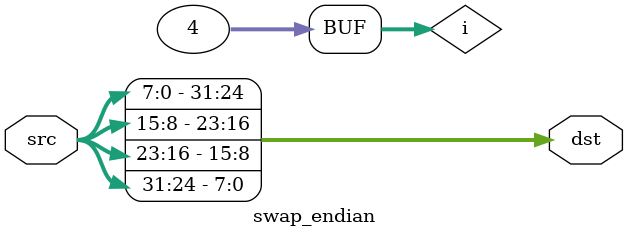
<source format=v>
module swap_endian #(
  parameter UNIT_WIDTH = 8,
  parameter UNIT_COUNT = 4
  ) (
    input wire [(UNIT_WIDTH*UNIT_COUNT)-1:0] src,
    output reg [(UNIT_WIDTH*UNIT_COUNT)-1:0] dst
  );

 integer i;
  always @* begin
    for (i = 0; i < UNIT_COUNT; i = i + 1) begin
      dst[(i * UNIT_WIDTH) +: UNIT_WIDTH] = src[((UNIT_COUNT - i) * UNIT_WIDTH - 1) -: UNIT_WIDTH];
    end
  end

endmodule

</source>
